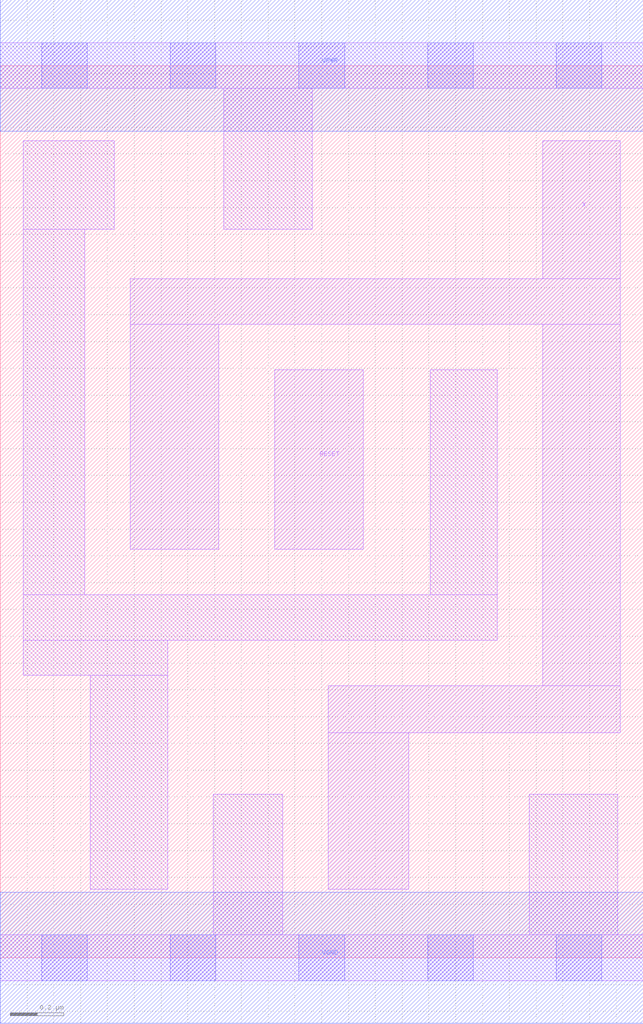
<source format=lef>
# Copyright 2020 The SkyWater PDK Authors
#
# Licensed under the Apache License, Version 2.0 (the "License");
# you may not use this file except in compliance with the License.
# You may obtain a copy of the License at
#
#     https://www.apache.org/licenses/LICENSE-2.0
#
# Unless required by applicable law or agreed to in writing, software
# distributed under the License is distributed on an "AS IS" BASIS,
# WITHOUT WARRANTIES OR CONDITIONS OF ANY KIND, either express or implied.
# See the License for the specific language governing permissions and
# limitations under the License.
#
# SPDX-License-Identifier: Apache-2.0

VERSION 5.7 ;
  NOWIREEXTENSIONATPIN ON ;
  DIVIDERCHAR "/" ;
  BUSBITCHARS "[]" ;
UNITS
  DATABASE MICRONS 200 ;
END UNITS
MACRO sky130_fd_sc_lp__bushold0_1
  CLASS CORE ;
  FOREIGN sky130_fd_sc_lp__bushold0_1 ;
  ORIGIN  0.000000  0.000000 ;
  SIZE  2.400000 BY  3.330000 ;
  SYMMETRY X Y ;
  SITE unit ;
  PIN RESET
    ANTENNAGATEAREA  0.126000 ;
    DIRECTION INPUT ;
    USE SIGNAL ;
    PORT
      LAYER li1 ;
        RECT 1.025000 1.525000 1.355000 2.195000 ;
    END
  END RESET
  PIN X
    ANTENNADIFFAREA  0.228900 ;
    ANTENNAGATEAREA  0.126000 ;
    DIRECTION INOUT ;
    USE SIGNAL ;
    PORT
      LAYER li1 ;
        RECT 0.485000 1.525000 0.815000 2.365000 ;
        RECT 0.485000 2.365000 2.315000 2.535000 ;
        RECT 1.225000 0.255000 1.525000 0.840000 ;
        RECT 1.225000 0.840000 2.315000 1.015000 ;
        RECT 2.025000 1.015000 2.315000 2.365000 ;
        RECT 2.025000 2.535000 2.315000 3.050000 ;
    END
  END X
  PIN VGND
    DIRECTION INOUT ;
    USE GROUND ;
    PORT
      LAYER met1 ;
        RECT 0.000000 -0.245000 2.400000 0.245000 ;
    END
  END VGND
  PIN VPWR
    DIRECTION INOUT ;
    USE POWER ;
    PORT
      LAYER met1 ;
        RECT 0.000000 3.085000 2.400000 3.575000 ;
    END
  END VPWR
  OBS
    LAYER li1 ;
      RECT 0.000000 -0.085000 2.400000 0.085000 ;
      RECT 0.000000  3.245000 2.400000 3.415000 ;
      RECT 0.085000  1.055000 0.625000 1.185000 ;
      RECT 0.085000  1.185000 1.855000 1.355000 ;
      RECT 0.085000  1.355000 0.315000 2.720000 ;
      RECT 0.085000  2.720000 0.425000 3.050000 ;
      RECT 0.335000  0.255000 0.625000 1.055000 ;
      RECT 0.795000  0.085000 1.055000 0.610000 ;
      RECT 0.835000  2.720000 1.165000 3.245000 ;
      RECT 1.605000  1.355000 1.855000 2.195000 ;
      RECT 1.975000  0.085000 2.305000 0.610000 ;
    LAYER mcon ;
      RECT 0.155000 -0.085000 0.325000 0.085000 ;
      RECT 0.155000  3.245000 0.325000 3.415000 ;
      RECT 0.635000 -0.085000 0.805000 0.085000 ;
      RECT 0.635000  3.245000 0.805000 3.415000 ;
      RECT 1.115000 -0.085000 1.285000 0.085000 ;
      RECT 1.115000  3.245000 1.285000 3.415000 ;
      RECT 1.595000 -0.085000 1.765000 0.085000 ;
      RECT 1.595000  3.245000 1.765000 3.415000 ;
      RECT 2.075000 -0.085000 2.245000 0.085000 ;
      RECT 2.075000  3.245000 2.245000 3.415000 ;
  END
END sky130_fd_sc_lp__bushold0_1
END LIBRARY

</source>
